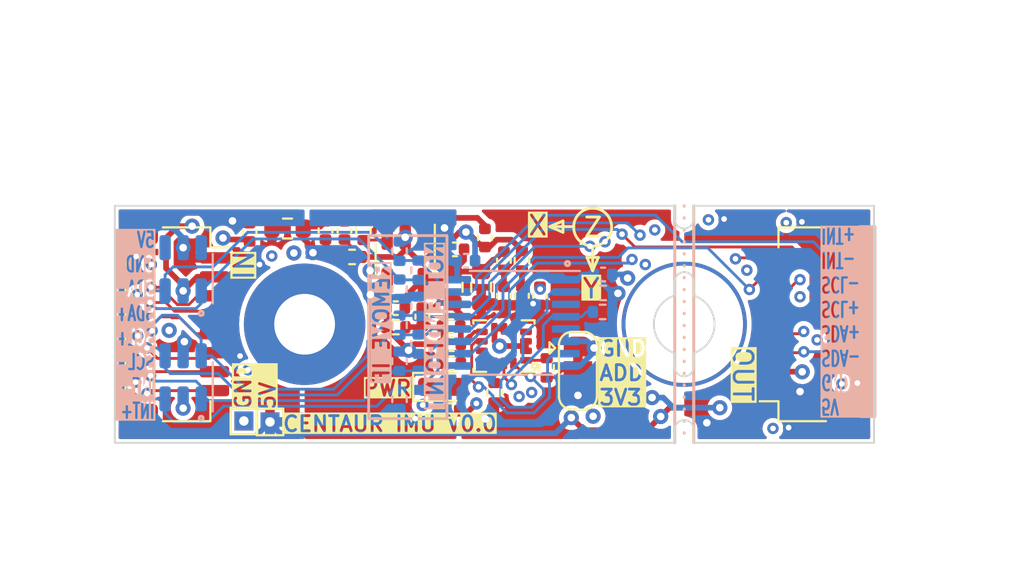
<source format=kicad_pcb>
(kicad_pcb (version 20221018) (generator pcbnew)
  (layers (0 "F.Cu" mixed) (1 "In1.Cu" signal) (2 "In2.Cu" signal) (31 "B.Cu" mixed) (34 "B.Paste" user) (35 "F.Paste" user) (36 "B.SilkS" user "B.Silkscreen") (37 "F.SilkS" user "F.Silkscreen") (38 "B.Mask" user) (39 "F.Mask" user) (44 "Edge.Cuts" user))
  (net 0 "")
  (net 1 "GND")
  (net 2 "VBUS")
  (net 3 "VDDA")
  (net 4 "VCC")
  (net 5 "+5V")
  (net 7 "unconnected-(U5-I{slash}O3-Pad4)")
  (net 8 "Net-(D1-K)")
  (net 9 "Net-(U2-EN)")
  (net 12 "+3V3")
  (net 16 "/D_INT_P")
  (net 17 "Net-(C6-Pad2)")
  (net 18 "/IMU/π - Filter 1Mhz 0.5A3/Vout")
  (net 19 "Net-(C13-Pad2)")
  (net 20 "Net-(C9-Pad2)")
  (net 21 "/D_INT_N")
  (net 23 "/D_SCL_N")
  (net 25 "/D_SCL_P")
  (net 26 "/D_SDA_P")
  (net 27 "/D_SDA_N")
  (net 28 "/IMU/add")
  (net 29 "/IMU_SCL")
  (net 30 "/IMU_SDA")
  (net 31 "/IMU/IMU_ADDRESS")
  (net 32 "/IMU_INT")
  (net 33 "/IMU/IMU_CS")
  (footprint "Capacitor_SMD:C_0402_1005Metric" (layer "F.Cu") (at 50.6 103.4 -90)
    (fp_text reference "C13" hide)
    (fp_text value "1uF 25V X5R ±10% 0402")
  )
  (footprint "Jumper:SolderJumper-3_P1.3mm_Open_RoundedPad1.0x1.5mm" (layer "F.Cu") (at 63.9 110.8 -90)
    (fp_text reference "JP1" hide)
    (fp_text value "LSB ADRESS")
  )
  (footprint "Capacitor_SMD:C_0402_1005Metric" (layer "F.Cu") (at 51.6 103.4 -90)
    (fp_text reference "C12" hide)
    (fp_text value "10uF 6.3V X5R ±20% 0402 ")
  )
  (footprint "Connector_JST:JST_SH_SM08B-SRSS-TB_1x08-1MP_P1.00mm_Horizontal" (layer "F.Cu") (at 76.25 108.35 90)
    (fp_text reference "J2" hide)
    (fp_text value "JST_SH_SM08B-SRSS-TB_1x08")
  )
  (footprint "Connector_JST:JST_SH_SM08B-SRSS-TB_1x08-1MP_P1.00mm_Horizontal" (layer "F.Cu") (at 42.75 108.35 -90)
    (fp_text reference "J1" hide)
    (fp_text value "JST_SH_SM08B-SRSS-TB_1x08")
  )
  (footprint "TestPoint:TestPoint_THTPad_1.0x1.0mm_Drill0.5mm" (layer "F.Cu") (at 47.675 113.5)
    (fp_text reference "TP3" hide)
    (fp_text value "TestPoint")
  )
  (footprint "Capacitor_SMD:C_0402_1005Metric" (layer "F.Cu") (at 60 105 -90)
    (fp_text reference "C8" hide)
    (fp_text value "1uF 25V X5R ±10% 0402")
  )
  (footprint "Capacitor_SMD:C_0402_1005Metric" (layer "F.Cu") (at 60 106.85 90)
    (fp_text reference "C7" hide)
    (fp_text value "10uF 6.3V X5R ±20% 0402 ")
  )
  (footprint "Capacitor_SMD:C_0402_1005Metric" (layer "F.Cu") (at 61.9 106.85 -90)
    (fp_text reference "C501" hide)
    (fp_text value "100nF 16V X7R ±10% 0402 ")
  )
  (footprint "Package_TO_SOT_SMD:SOT-23-5" (layer "F.Cu") (at 54.8 104.9 -90)
    (fp_text reference "U2" hide)
    (fp_text value "LD39015M33R")
  )
  (footprint "Capacitor_SMD:C_0402_1005Metric" (layer "F.Cu") (at 55.7 107.95 -90)
    (fp_text reference "C9" hide)
    (fp_text value "1uF 25V X5R ±10% 0402")
  )
  (footprint "Resistor_SMD:R_0402_1005Metric" (layer "F.Cu") (at 52 104.8)
    (fp_text reference "R12" hide)
    (fp_text value "2R")
  )
  (footprint "Package_LGA:LGA-14_3x2.5mm_P0.5mm_LayoutBorder3x4y" (layer "F.Cu") (at 60 109.5 180)
    (fp_text reference "U3" hide)
    (fp_text value "ASM330LHH")
  )
  (footprint "Resistor_SMD:R_0402_1005Metric" (layer "F.Cu") (at 57.125 112.9)
    (fp_text reference "R14" hide)
    (fp_text value "2k2Ω")
  )
  (footprint "Resistor_SMD:R_0603_1608Metric" (layer "F.Cu") (at 48.6 103.3)
    (fp_text reference "FB2" hide)
    (fp_text value "TDK MPZ1608S101A (100Ω, 3A, 0603) ")
  )
  (footprint "MountingHole:MountingHole_3.2mm_M3_Pad_TopBottom" (layer "F.Cu") (at 49.5 108.35)
    (fp_text reference "H1" hide)
    (fp_text value "MountingHole_Pad")
  )
  (footprint "Capacitor_SMD:C_0402_1005Metric" (layer "F.Cu") (at 57.22 108.45 180)
    (fp_text reference "C10" hide)
    (fp_text value "10uF 6.3V X5R ±20% 0402 ")
  )
  (footprint "NetTie:NetTie-2_SMD_Pad0.5mm" (layer "F.Cu") (at 63.9 110.2 -90)
    (fp_text reference "NT1" hide)
    (fp_text value "NetTie_2" hide)
  )
  (footprint "TestPoint:TestPoint_THTPad_1.0x1.0mm_Drill0.5mm" (layer "F.Cu") (at 46.3 113.45)
    (fp_text reference "TP4" hide)
    (fp_text value "TestPoint")
  )
  (footprint "Capacitor_SMD:C_0402_1005Metric" (layer "F.Cu") (at 57.25 109.4)
    (fp_text reference "C14" hide)
    (fp_text value "100nF 16V X7R ±10% 0402 ")
  )
  (footprint "Resistor_SMD:R_0402_1005Metric" (layer "F.Cu") (at 62.25 110.65 -90)
    (fp_text reference "R15" hide)
    (fp_text value "10kΩ")
  )
  (footprint "Capacitor_SMD:C_0402_1005Metric" (layer "F.Cu") (at 54.3 107.5 180)
    (fp_text reference "C4" hide)
    (fp_text value "1uF 25V X5R ±10% 0402")
  )
  (footprint "Capacitor_SMD:C_0402_1005Metric" (layer "F.Cu") (at 59 103.8 -90)
    (fp_text reference "C3" hide)
    (fp_text value "1uF 25V X5R ±10% 0402")
  )
  (footprint "Resistor_SMD:R_0603_1608Metric" (layer "F.Cu") (at 57.3 106.4 -90)
    (fp_text reference "FB3" hide)
    (fp_text value "TDK MPZ1608S101A (100Ω, 3A, 0603) ")
  )
  (footprint "Resistor_SMD:R_0402_1005Metric" (layer "F.Cu") (at 59.5 111.96 -90)
    (fp_text reference "R18" hide)
    (fp_text value "10kΩ")
  )
  (footprint "Resistor_SMD:R_0402_1005Metric" (layer "F.Cu") (at 54.3 108.5 180)
    (fp_text reference "R13" hide)
    (fp_text value "2R")
  )
  (footprint "LED_SMD:LED_0603_1608Metric" (layer "F.Cu") (at 56.7 111.65)
    (fp_text reference "D1" hide)
    (fp_text value "LED 0603")
  )
  (footprint "Resistor_SMD:R_0402_1005Metric" (layer "F.Cu") (at 52.6 103.4 -90)
    (fp_text reference "R11" hide)
    (fp_text value "10kΩ")
  )
  (footprint "Capacitor_SMD:C_0402_1005Metric" (layer "F.Cu") (at 46.6 103.5 -90)
    (fp_text reference "C11" hide)
    (fp_text value "1uF 25V X5R ±10% 0402")
  )
  (footprint "Resistor_SMD:R_0603_1608Metric" (layer "F.Cu") (at 58.8 106.4 -90)
    (fp_text reference "FB1" hide)
    (fp_text value "TDK MPZ1608S101A (100Ω, 3A, 0603) ")
  )
  (footprint "Capacitor_SMD:C_0402_1005Metric" (layer "F.Cu") (at 60.95 106.85 90)
    (fp_text reference "C6" hide)
    (fp_text value "1uF 25V X5R ±10% 0402")
  )
  (footprint "Capacitor_SMD:C_0402_1005Metric" (layer "F.Cu") (at 57.25 110.4)
    (fp_text reference "C15" hide)
    (fp_text value "10uF 6.3V X5R ±20% 0402 ")
  )
  (footprint "Capacitor_SMD:C_0402_1005Metric" (layer "F.Cu") (at 57.42 104.4 180)
    (fp_text reference "C5" hide)
    (fp_text value "1uF 25V X5R ±10% 0402")
  )
  (footprint "Resistor_SMD:R_0402_1005Metric" (layer "F.Cu") (at 60.95 105 90)
    (fp_text reference "R10" hide)
    (fp_text value "2R")
  )
  (footprint "Resistor_SMD:R_0402_1005Metric" (layer "B.Cu") (at 55.5 107.4 90)
    (fp_text reference "R1" hide)
    (fp_text value "600Ω")
  )
  (footprint "Resistor_SMD:R_0402_1005Metric" (layer "B.Cu") (at 55.5 109.4 90)
    (fp_text reference "R3" hide)
    (fp_text value "600Ω")
  )
  (footprint "Capacitor_SMD:C_0402_1005Metric" (layer "B.Cu") (at 65.225 105.725 180)
    (fp_text reference "C2" hide)
    (fp_text value "100nF 16V X7R ±10% 0402 ")
  )
  (footprint "Package_TO_SOT_SMD:SOT-23-6" (layer "B.Cu") (at 43.1 111.15 90)
    (fp_text reference "U4" hide)
    (fp_text value "USBLC6-4SC6")
  )
  (footprint "Resistor_SMD:R_0402_1005Metric" (layer "B.Cu") (at 54.5 110.3 -90)
    (fp_text reference "R6" hide)
    (fp_text value "600Ω")
  )
  (footprint "Resistor_SMD:R_0402_1005Metric" (layer "B.Cu") (at 55.5 111.3 -90)
    (fp_text reference "R5" hide)
    (fp_text value "120Ω")
  )
  (footprint "Package_SO:TSSOP-16_4.4x5mm_P0.65mm" (layer "B.Cu") (at 60.4 108.275 180)
    (fp_text reference "U1" hide)
    (fp_text value "PCA9616PW")
  )
  (footprint "Resistor_SMD:R_0402_1005Metric" (layer "B.Cu") (at 65.2 107.7)
    (fp_text reference "R17" hide)
    (fp_text value "10kΩ")
  )
  (footprint "Resistor_SMD:R_0402_1005Metric" (layer "B.Cu") (at 55.5 105.5 -90)
    (fp_text reference "R8" hide)
    (fp_text value "120Ω")
  )
  (footprint "Resistor_SMD:R_0402_1005Metric" (layer "B.Cu") (at 65.225 106.7)
    (fp_text reference "R16" hide)
    (fp_text value "10kΩ")
  )
  (footprint "Resistor_SMD:R_0402_1005Metric" (layer "B.Cu") (at 54.5 112.3 -90)
    (fp_text reference "R4" hide)
    (fp_text value "600Ω")
  )
  (footprint "Resistor_SMD:R_0402_1005Metric" (layer "B.Cu") (at 54.5 108.4 90)
    (fp_text reference "R2" hide)
    (fp_text value "120Ω")
  )
  (footprint "Package_TO_SOT_SMD:SOT-23-6" (layer "B.Cu") (at 43.1 105.45 90)
    (fp_text reference "U5" hide)
    (fp_text value "USBLC6-4SC6")
  )
  (footprint "Resistor_SMD:R_0402_1005Metric" (layer "B.Cu") (at 54.5 104.5 -90)
    (fp_text reference "R9" hide)
    (fp_text value "600Ω")
  )
  (footprint "Resistor_SMD:R_0402_1005Metric" (layer "B.Cu") (at 54.5 106.5 -90)
    (fp_text reference "R7" hide)
    (fp_text value "600Ω")
  )
  (footprint "Capacitor_SMD:C_0402_1005Metric" (layer "B.Cu") (at 58 105 180)
    (fp_text reference "C1" hide)
    (fp_text value "100nF 16V X7R ±10% 0402 ")
  )
  (gr_circle (center 69.5 108.35) (end 72.7 108.35) (stroke (width 0.2)) (fill none) (layer "F.Cu"))
  (gr_circle (center 69.5 108.35) (end 69.5 105.15) (stroke (width 0.2)) (fill none) (layer "B.Cu"))
  (gr_line (start 69.5 102.1) (end 69.5 114.6) (stroke (width 0.15) (type dot)) (layer "B.SilkS"))
  (gr_line (start 69 114.6) (end 69 102.1) (stroke (width 0.15)) (layer "B.SilkS"))
  (gr_rect (start 52.875 103.675) (end 57 113.325) (stroke (width 0.15)) (fill none) (layer "B.SilkS"))
  (gr_circle (center 44.05 113.3) (end 44.075 113.2) (stroke (width 0.15)) (fill none) (layer "B.SilkS"))
  (gr_circle (center 44.05 107.775) (end 44.1 107.675) (stroke (width 0.15)) (fill none) (layer "B.SilkS"))
  (gr_line (start 70 102.1) (end 70 114.6) (stroke (width 0.15)) (layer "B.SilkS"))
  (gr_circle (center 63.35 105.15) (end 63.4 105.05) (stroke (width 0.15)) (fill none) (layer "B.SilkS"))
  (gr_rect (start 78.78 103.2) (end 79.55 113.22) (stroke (width 0.15)) (fill solid) (layer "B.SilkS"))
  (gr_line (start 69.5 102.1) (end 69.5 114.6) (stroke (width 0.15) (type dot)) (layer "F.SilkS"))
  (gr_line (start 64.375 104.825) (end 64.975 104.825) (stroke (width 0.15)) (layer "F.SilkS"))
  (gr_line (start 69 114.6) (end 69 102.1) (stroke (width 0.15)) (layer "F.SilkS"))
  (gr_circle (center 64.675 103.225) (end 65.675 103.225) (stroke (width 0.15)) (fill none) (layer "F.SilkS"))
  (gr_line (start 64.975 104.825) (end 64.675 105.525) (stroke (width 0.15)) (layer "F.SilkS"))
  (gr_line (start 63.6875 103.2) (end 62.4125 103.2) (stroke (width 0.15)) (layer "F.SilkS"))
  (gr_line (start 64.675 104.25) (end 64.675 105.525) (stroke (width 0.15)) (layer "F.SilkS"))
  (gr_line (start 63.1125 102.9) (end 63.1125 103.5) (stroke (width 0.15)) (layer "F.SilkS"))
  (gr_line (start 63.1125 103.5) (end 62.4125 103.2) (stroke (width 0.15)) (layer "F.SilkS"))
  (gr_circle (center 61.62071 110.55) (end 61.67071 110.5) (stroke (width 0.15)) (fill none) (layer "F.SilkS"))
  (gr_line (start 64.675 105.525) (end 64.375 104.825) (stroke (width 0.15)) (layer "F.SilkS"))
  (gr_line (start 70 102.1) (end 70 114.6) (stroke (width 0.15)) (layer "F.SilkS"))
  (gr_line (start 62.4125 103.2) (end 63.1125 102.9) (stroke (width 0.15)) (layer "F.SilkS"))
  (gr_line (start 70 114.6) (end 79.5 114.6) (stroke (width 0.1)) (layer "Edge.Cuts"))
  (gr_line (start 70 102.8) (end 70 102.1) (stroke (width 0.1)) (layer "Edge.Cuts"))
  (gr_arc (start 69 113.9) (mid 69.5 113.4) (end 70 113.9) (stroke (width 0.1)) (layer "Edge.Cuts"))
  (gr_arc (start 70.003784 106.835437) (mid 70.794568 107.416302) (end 71.096151 108.35) (stroke (width 0.1)) (layer "Edge.Cuts"))
  (gr_line (start 70 102.1) (end 79.5 102.1) (stroke (width 0.1)) (layer "Edge.Cuts"))
  (gr_arc (start 69.001353 109.869999) (mid 68.204482 109.288445) (end 67.900298 108.35) (stroke (width 0.1)) (layer "Edge.Cuts"))
  (gr_line (start 69 106.1) (end 69 106.83) (stroke (width 0.1)) (layer "Edge.Cuts"))
  (gr_line (start 69 113.9) (end 69 114.6) (stroke (width 0.1)) (layer "Edge.Cuts"))
  (gr_arc (start 70 102.8) (mid 69.5 103.3) (end 69 102.8) (stroke (width 0.1)) (layer "Edge.Cuts"))
  (gr_line (start 69 114.6) (end 39.5 114.6) (stroke (width 0.1)) (layer "Edge.Cuts"))
  (gr_line (start 79.5 102.1) (end 79.5 114.6) (stroke (width 0.1)) (layer "Edge.Cuts"))
  (gr_arc (start 67.899875 108.35) (mid 68.203763 107.411827) (end 69 106.830001) (stroke (width 0.1)) (layer "Edge.Cuts"))
  (gr_line (start 69 102.8) (end 69 102.1) (stroke (width 0.1)) (layer "Edge.Cuts"))
  (gr_line (start 70 113.9) (end 70 114.6) (stroke (width 0.1)) (layer "Edge.Cuts"))
  (gr_line (start 70 106.1) (end 70.003784 106.835437) (stroke (width 0.1)) (layer "Edge.Cuts"))
  (gr_line (start 39.5 102.1) (end 69 102.1) (stroke (width 0.1)) (layer "Edge.Cuts"))
  (gr_arc (start 71.096151 108.35) (mid 70.793018 109.285843) (end 69.998759 109.866225) (stroke (width 0.1)) (layer "Edge.Cuts"))
  (gr_line (start 69.001353 109.87) (end 69 110.6) (stroke (width 0.1)) (layer "Edge.Cuts"))
  (gr_arc (start 70 110.6) (mid 69.5 111.1) (end 69 110.6) (stroke (width 0.1)) (layer "Edge.Cuts"))
  (gr_line (start 70 110.6) (end 70 109.87) (stroke (width 0.1)) (layer "Edge.Cuts"))
  (gr_arc (start 69 106.1) (mid 69.5 105.6) (end 70 106.1) (stroke (width 0.1)) (layer "Edge.Cuts"))
  (gr_line (start 39.5 114.6) (end 39.5 102.1) (stroke (width 0.1)) (layer "Edge.Cuts"))
  (gr_text "5V\nGND\nSDA-\nSDA+\nSCL+  \nSCL-\nINT-\nINT+" (at 76.65 103.2 180) (layer "B.SilkS" knockout) (effects (font (size 0.8 0.5) (thickness 0.125)) (justify left bottom mirror)))
  (gr_text "5V\nGND\nSDA-\nSDA+\nSCL+  \nSCL-\nINT-\nINT+" (at 41.67 113.39) (layer "B.SilkS" knockout) (effects (font (size 0.8 0.5) (thickness 0.125)) (justify left bottom mirror)))
  (gr_text "NOT ENDPOINT" (at 56.85 103.925 90) (layer "B.SilkS" knockout) (effects (font (size 0.8 0.8)) (justify left bottom mirror)))
  (gr_text "REMOVE IF" (at 54.025 104.95 90) (layer "B.SilkS" knockout) (effects (font (size 0.8 0.8)) (justify left bottom mirror)))
  (gr_text "CENTAUR IMU V0.0" (at 48.275 114.075) (layer "F.SilkS" knockout) (effects (font (size 0.8 0.8)) (justify left bottom)))
  (gr_text "IN" (at 46.9 106.1 90) (layer "F.SilkS" knockout) (effects (font (size 1 1)) (justify left bottom)))
  (gr_text "PWR" (at 52.5 112.2) (layer "F.SilkS" knockout) (effects (font (size 0.8 0.8)) (justify left bottom)))
  (gr_text "GND\n5V\n" (at 48.025 112.95 90) (layer "F.SilkS" knockout) (effects (font (size 0.8 0.8)) (justify left bottom)))
  (gr_text "GND\nADD\n3V3" (at 64.95 112.675) (layer "F.SilkS" knockout) (effects (font (size 0.8 0.8)) (justify left bottom)))
  (gr_text "Z" (at 64.125 103.825) (layer "F.SilkS") (effects (font (size 1 1)) (justify left bottom)))
  (gr_text "OUT" (at 72 109.45 270) (layer "F.SilkS" knockout) (effects (font (size 1 1)) (justify left bottom)))
  (gr_text "Y" (at 64.075 107.05) (layer "F.SilkS" knockout) (effects (font (size 1 1)) (justify left bottom)))
  (gr_text "X" (at 61.21 103.725) (layer "F.SilkS" knockout) (effects (font (size 1 1)) (justify left bottom)))
  (segment (start 53.79 108.534505) (end 54.977223 109.721728) (width 0.3) (layer "F.Cu") (net 1))
  (segment (start 53.79 108.5) (end 53.79 108.534505) (width 0.3) (layer "F.Cu") (net 1))
  (segment (start 53.82 107.5) (end 53.82 108.47) (width 0.3) (layer "F.Cu") (net 1))
  (segment (start 51.6 103.889998) (end 52.510002 104.8) (width 0.15) (layer "F.Cu") (net 1))
  (segment (start 42.2 105.4) (end 43.1 106.3) (width 0.3) (layer "F.Cu") (net 1))
  (segment (start 51.6 103.88) (end 51.6 103.889998) (width 0.15) (layer "F.Cu") (net 1))
  (segment (start 42.2 103.8) (end 42.2 105.4) (width 0.3) (layer "F.Cu") (net 1))
  (segment (start 54.8 104.3) (end 55.4 104.9) (width 0.3) (layer "F.Cu") (net 1))
  (segment (start 43.1 106.587478) (end 43.837478 105.85) (width 0.3) (layer "F.Cu") (net 1))
  (segment (start 53.82 108.47) (end 53.79 108.5) (width 0.3) (layer "F.Cu") (net 1))
  (segment (start 59.5 108.5875) (end 59.5 109.225008) (width 0.3) (layer "F.Cu") (net 1))
  (segment (start 60.02 105.48) (end 60.95 104.55) (width 0.3) (layer "F.Cu") (net 1))
  (segment (start 54.8 104.424999) (end 54.424999 104.8) (width 0.3) (layer "F.Cu") (net 1))
  (segment (start 56.82 109.4) (end 56.82 110.4) (width 0.3) (layer "F.Cu") (net 1))
  (segment (start 60.95 104.55) (end 60.95 104.45) (width 0.3) (layer "F.Cu") (net 1))
  (segment (start 56.82 109.4) (end 55.298951 109.4) (width 0.3) (layer "F.Cu") (net 1))
  (segment (start 74.25 110.85) (end 75.709533 110.85) (width 0.3) (layer "F.Cu") (net 1))
  (segment (start 59.133154 104.38) (end 58.966846 104.38) (width 0.3) (layer "F.Cu") (net 1))
  (segment (start 58.630957 112.443238) (end 58.074195 113) (width 0.3) (layer "F.Cu") (net 1))
  (segment (start 59.5 109.225008) (end 59.775 109.500008) (width 0.3) (layer "F.Cu") (net 1))
  (segment (start 61.1625 109.275) (end 61.1625 109.725) (width 0.3) (layer "F.Cu") (net 1))
  (segment (start 58.077346 103.4905) (end 58 103.4905) (width 0.3) (layer "F.Cu") (net 1))
  (segment (start 75.709533 110.85) (end 75.715953 110.85642) (width 0.3) (layer "F.Cu") (net 1))
  (segment (start 54.8 103.7625) (end 54.8 104.424999) (width 0.3) (layer "F.Cu") (net 1))
  (segment (start 43.573573 103.177349) (end 42.822651 103.177349) (width 0.3) (layer "F.Cu") (net 1))
  (segment (start 55.915552 104.9) (end 56.462398 104.353154) (width 0.3) (layer "F.Cu") (net 1))
  (segment (start 59.623154 103.89) (end 59.133154 104.38) (width 0.3) (layer "F.Cu") (net 1))
  (segment (start 56.462398 104.353154) (end 56.796846 104.353154) (width 0.3) (layer "F.Cu") (net 1))
  (segment (start 58.966846 104.38) (end 58.077346 103.4905) (width 0.3) (layer "F.Cu") (net 1))
  (segment (start 57.6595 103.4905) (end 58 103.4905) (width 0.3) (layer "F.Cu") (net 1))
  (segment (start 42.822651 103.177349) (end 42.2 103.8) (width 0.3) (layer "F.Cu") (net 1))
  (segment (start 60.95 104.45) (end 60.39 103.89) (width 0.3) (layer "F.Cu") (net 1))
  (segment (start 54.424999 104.8) (end 52.510002 104.8) (width 0.3) (layer "F.Cu") (net 1))
  (segment (start 55.298951 109.4) (end 54.977223 109.721728) (width 0.3) (layer "F.Cu") (net 1))
  (segment (start 56.796846 104.353154) (end 57.6595 103.4905) (width 0.3) (layer "F.Cu") (net 1))
  (segment (start 60.39 103.89) (end 59.623154 103.89) (width 0.3) (layer "F.Cu") (net 1))
  (segment (start 58.074195 113) (end 57.61 113) (width 0.3) (layer "F.Cu") (net 1))
  (segment (start 59.775008 109.5) (end 59.775 109.500008) (width 0.3) (layer "F.Cu") (net 1))
  (segment (start 60 105.48) (end 60.02 105.48) (width 0.3) (layer "F.Cu") (net 1))
  (segment (start 60 105.58) (end 60 106.52) (width 0.3) (layer "F.Cu") (net 1))
  (segment (start 54.8 103.7625) (end 54.8 104.3) (width 0.3) (layer "F.Cu") (net 1))
  (segment (start 61.1625 109.725) (end 61.1375 109.725) (width 0.3) (layer "F.Cu") (net 1))
  (segment (start 43.837478 105.85) (end 44.75 105.85) (width 0.3) (layer "F.Cu") (net 1))
  (segment (start 60.9125 109.5) (end 59.775008 109.5) (width 0.3) (layer "F.Cu") (net 1))
  (segment (start 46.6 103.88) (end 45.28 103.88) (width 0.3) (layer "F.Cu") (net 1))
  (segment (start 43.1 106.3) (end 43.1 106.587478) (width 0.3) (layer "F.Cu") (net 1))
  (segment (start 59.5 108.5875) (end 59.975 108.5875) (width 0.3) (layer "F.Cu") (net 1))
  (segment (start 55.4 104.9) (end 55.915552 104.9) (width 0.3) (layer "F.Cu") (net 1))
  (segment (start 61.1375 109.725) (end 60.9125 109.5) (width 0.3) (layer "F.Cu") (net 1))
  (segment (start 56.82 108.4) (end 56.82 109.4) (width 0.3) (layer "F.Cu") (net 1))
  (segment (start 45.28 103.88) (end 45.2 103.8) (width 0.3) (layer "F.Cu") (net 1))
  (via (at 75.6 106.9) (size 0.6) (drill 0.3) (layers "F.Cu" "B.Cu") (net 1))
  (via (at 64.75 109.6) (size 0.8) (drill 0.4) (layers "F.Cu" "B.Cu") (net 1))
  (via (at 46.525 110.75) (size 0.6) (drill 0.3) (layers "F.Cu" "B.Cu") (net 1))
  (via (at 52.9505 105.521944) (size 0.8) (drill 0.4) (layers "F.Cu" "B.Cu") (net 1))
  (via (at 45.2 103.8) (size 0.8) (drill 0.4) (layers "F.Cu" "B.Cu") (net 1))
  (via (at 43.1 112.775) (size 0.8) (drill 0.4) (layers "F.Cu" "B.Cu") (net 1))
  (via (at 77.801073 111.492743) (size 0.6) (drill 0.3) (layers "F.Cu" "B.Cu") (net 1))
  (via (at 74.176073 113.842743) (size 0.6) (drill 0.3) (layers "F.Cu" "B.Cu") (net 1))
  (via (at 75.715953 110.85642) (size 0.8) (drill 0.4) (layers "F.Cu" "B.Cu") (net 1))
  (via (at 67.45 105.2) (size 0.6) (drill 0.3) (layers "F.Cu" "B.Cu") (net 1))
  (via (at 41.425 105.2) (size 0.6) (drill 0.3) (layers "F.Cu" "B.Cu") (net 1))
  (via (at 55.71919 112.6085) (size 0.65) (drill 0.3) (layers "F.Cu" "B.Cu") (net 1))
  (via (at 71.375 112.75) (size 0.8) (drill 0.4) (layers "F.Cu" "B.Cu") (net 1))
  (via (at 67.95 103.375) (size 0.6) (drill 0.3) (layers "F.Cu" "B.Cu") (net 1))
  (via (at 47.769381 104.751137) (size 0.6) (drill 0.3) (layers "F.Cu" "B.Cu") (net 1))
  (via (at 42.362479 108.672272) (size 0.8) (drill 0.4) (layers "F.Cu" "B.Cu") (net 1))
  (via (at 72.8 105.5) (size 0.6) (drill 0.3) (layers "F.Cu" "B.Cu") (net 1))
  (via (at 65.325 104) (size 0.6) (drill 0.3) (layers "F.Cu" "B.Cu") (net 1))
  (via (at 60.800719 112.159692) (size 0.6) (drill 0.3) (layers "F.Cu" "B.Cu") (net 1))
  (via (at 58.549598 112.524598) (size 0.65) (drill 0.3) (layers "F.Cu" "B.Cu") (net 1))
  (via (at 58 103.4905) (size 0.8) (drill 0.4) (layers "F.Cu" "B.Cu") (net 1))
  (via (at 66.517875 105.916346) (size 0.8) (drill 0.4) (layers "F.Cu" "B.Cu") (net 1))
  (via (at 67.807025 112.216875) (size 0.8) (drill 0.4) (layers "F.Cu" "B.Cu") (net 1))
  (via (at 61.461889 111.947746) (size 0.6) (drill 0.3) (layers "F.Cu" "B.Cu") (net 1))
  (via (at 64.7 113.2) (size 0.8) (drill 0.4) (layers "F.Cu" "B.Cu") (net 1))
  (via (at 54.8 103.7625) (size 0.8) (drill 0.4) (layers "F.Cu" "B.Cu") (net 1))
  (via (at 76.5 109.175) (size 0.6) (drill 0.3) (layers "F.Cu" "B.Cu") (net 1))
  (via (at 43.573573 103.177349) (size 0.8) (drill 0.4) (layers "F.Cu" "B.Cu") (net 1))
  (via (at 40.6 111.4) (size 0.6) (drill 0.3) (layers "F.Cu" "B.Cu") (net 1))
  (via (at 74.876073 102.992743) (size 0.6) (drill 0.3) (layers "F.Cu" "B.Cu") (net 1))
  (via (at 70.776073 102.842743) (size 0.6) (drill 0.3) (layers "F.Cu" "B.Cu") (net 1))
  (via (at 61.911121 106.499013) (size 0.6) (drill 0.3) (layers "F.Cu" "B.Cu") (net 1))
  (via (at 59.775 109.500008) (size 0.8) (drill 0.4) (layers "F.Cu" "B.Cu") (net 1))
  (via (at 40.709502 108.967222) (size 0.6) (drill 0.3) (layers "F.Cu" "B.Cu") (net 1))
  (via (at 43.1 106.587478) (size 0.8) (drill 0.4) (layers "F.Cu" "B.Cu") (net 1))
  (via (at 54.977223 109.721728) (size 0.8) (drill 0.4) (layers "F.Cu" "B.Cu") (net 1))
  (via (at 48.933891 104.592908) (size 0.8) (drill 0.4) (layers "F.Cu" "B.Cu") (net 1))
  (via (at 40.67655 106.785641) (size 0.6) (drill 0.3) (layers "F.Cu" "B.Cu") (net 1))
  (segment (start 64.75 109.799999) (end 64.75 109.6) (width 0.3) (layer "B.Cu") (net 1))
  (segment (start 54.5 103.99) (end 54.5725 103.99) (width 0.3) (layer "B.Cu") (net 1))
  (segment (start 63.2625 108.6) (end 63.2625 109.25) (width 0.3) (layer "B.Cu") (net 1))
  (segment (start 43.1 112.2875) (end 43.1 112.775) (width 0.3) (layer "B.Cu") (net 1))
  (segment (start 43.1 106.5875) (end 43.1 106.587478) (width 0.3) (layer "B.Cu") (net 1))
  (segment (start 58.48 104.2) (end 58.48 103.9705) (width 0.3) (layer "B.Cu") (net 1))
  (segment (start 66.326529 105.725) (end 65.705 105.725) (width 0.3) (layer "B.Cu") (net 1))
  (segment (start 68.925 112.75) (end 71.375 112.75) (width 0.3) (layer "B.Cu") (net 1))
  (segment (start 68.391875 112.216875) (end 68.925 112.75) (width 0.3) (layer "B.Cu") (net 1))
  (segment (start 66.517875 105.916346) (end 66.326529 105.725) (width 0.3) (layer "B.Cu") (net 1))
  (segment (start 64.4 109.25) (end 64.75 109.6) (width 0.3) (layer "B.Cu") (net 1))
  (segment (start 55.165495 109.91) (end 54.977223 109.721728) (width 0.3) (layer "B.Cu") (net 1))
  (segment (start 63.2625 109.25) (end 64.4 109.25) (width 0.3) (layer "B.Cu") (net 1))
  (segment (start 54.908951 109.79) (end 54.977223 109.721728) (width 0.3) (layer "B.Cu") (net 1))
  (segment (start 63.999999 110.55) (end 64.75 109.799999) (width 0.3) (layer "B.Cu") (net 1))
  (segment (start 54.5725 103.99) (end 54.8 103.7625) (width 0.3) (layer "B.Cu") (net 1))
  (segment (start 55.5 109.91) (end 55.165495 109.91) (width 0.3) (layer "B.Cu") (net 1))
  (segment (start 63.2625 110.55) (end 63.999999 110.55) (width 0.3) (layer "B.Cu") (net 1))
  (segment (start 58.48 103.9705) (end 58 103.4905) (width 0.3) (layer "B.Cu") (net 1))
  (segment (start 65.705 105.725) (end 65.705 106.025) (width 0.3) (layer "B.Cu") (net 1))
  (segment (start 67.807025 112.216875) (end 68.391875 112.216875) (width 0.3) (layer "B.Cu") (net 1))
  (segment (start 54.5 109.79) (end 54.908951 109.79) (width 0.3) (layer "B.Cu") (net 1))
  (segment (start 58.48 105) (end 58.48 104.2) (width 0.3) (layer "B.Cu") (net 1))
  (segment (start 50.32 103.2) (end 50.6 102.92) (width 0.3) (layer "F.Cu") (net 2))
  (segment (start 56.241604 103.270896) (end 56.870886 103.270896) (width 0.3) (layer "F.Cu") (net 2))
  (segment (start 52.57 102.92) (end 52.6 102.89) (width 0.3) (layer "F.Cu") (net 2))
  (segment (start 49.425 103.3) (end 49.425 103.825) (width 0.3) (layer "F.Cu") (net 2))
  (segment (start 49.425 103.2) (end 50.32 103.2) (width 0.3) (layer "F.Cu") (net 2))
  (segment (start 49.425 103.825) (end 50.176443 104.576443) (width 0.3) (layer "F.Cu") (net 2))
  (segment (start 59 103.140001) (end 58.600499 102.7405) (width 0.3) (layer "F.Cu") (net 2))
  (segment (start 57.401282 102.7405) (end 56.870886 103.270896) (width 0.3) (layer "F.Cu") (net 2))
  (segment (start 55.75 103.7625) (end 56.241604 103.270896) (width 0.3) (layer "F.Cu") (net 2))
  (segment (start 55.349999 102.7) (end 55.75 103.100001) (width 0.3) (layer "F.Cu") (net 2))
  (segment (start 50.6 102.92) (end 52.57 102.92) (width 0.3) (layer "F.Cu") (net 2))
  (segment (start 53.3 102.7) (end 55.349999 102.7) (width 0.3) (layer "F.Cu") (net 2))
  (segment (start 58.600499 102.7405) (end 57.401282 102.7405) (width 0.3) (layer "F.Cu") (net 2))
  (segment (start 55.75 103.100001) (end 55.75 103.7625) (width 0.3) (layer "F.Cu") (net 2))
  (segment (start 50.176443 104.576443) (end 49.939304 104.576443) (width 0.3) (layer "F.Cu") (net 2))
  (segment (start 52.6 102.89) (end 53.11 102.89) (width 0.3) (layer "F.Cu") (net 2))
  (segment (start 59 103.42) (end 59 103.140001) (width 0.3) (layer "F.Cu") (net 2))
  (segment (start 53.11 102.89) (end 53.3 102.7) (width 0.3) (layer "F.Cu") (net 2))
  (via (at 49.939304 104.576443) (size 0.8) (drill 0.4) (layers "F.Cu" "B.Cu") (net 2))
  (via (at 56.870886 103.270896) (size 0.8) (drill 0.4) (layers "F.Cu" "B.Cu") (net 2))
  (via (at 55.325 113.325) (size 0.65) (drill 0.3) (layers "F.Cu" "B.Cu") (net 2))
  (via (at 52.96332 106.785629) (size 0.8) (drill 0.4) (layers "F.Cu" "B.Cu") (net 2))
  (segment (start 57.5375 106) (end 57.5375 105.0175) (width 0.3) (layer "B.Cu") (net 2))
  (segment (start 54.62 106.89) (end 54.5 107.01) (width 0.3) (layer "B.Cu") (net 2))
  (segment (start 57.5375 105.0175) (end 57.52 105) (width 0.3) (layer "B.Cu") (net 2))
  (segment (start 52.96332 106.785629) (end 52.96332 106.76332) (width 0.3) (layer "B.Cu") (net 2))
  (segment (start 50.776443 104.576443) (end 51.325 105.125) (width 0.3) (layer "B.Cu") (net 2))
  (segment (start 49.939304 104.576443) (end 50.776443 104.576443) (width 0.3) (layer "B.Cu") (net 2))
  (segment (start 55.015 113.325) (end 55.325 113.325) (width 0.3) (layer "B.Cu") (net 2))
  (segment (start 52.96332 106.76332) (end 51.95 105.75) (width 0.3) (layer "B.Cu") (net 2))
  (segment (start 52.96332 106.785629) (end 53.187691 107.01) (width 0.3) (layer "B.Cu") (net 2))
  (segment (start 53.187691 107.01) (end 54.5 107.01) (width 0.3) (layer "B.Cu") (net 2))
  (segment (start 57.52 105) (end 56.870886 104.350886) (width 0.3) (layer "B.Cu") (net 2))
  (segment (start 55.5 106.89) (end 54.62 106.89) (width 0.3) (layer "B.Cu") (net 2))
  (segment (start 56.870886 104.350886) (end 56.870886 103.270896) (width 0.3) (layer "B.Cu") (net 2))
  (segment (start 54.5 112.81) (end 55.015 113.325) (width 0.3) (layer "B.Cu") (net 2))
  (segment (start 61.320006 107.48) (end 61.537494 107.262512) (width 0.3) (layer "F.Cu") (net 3))
  (segment (start 60.525 107.955) (end 60.5 107.98) (width 0.2) (layer "F.Cu") (net 3))
  (segment (start 61.574982 107.3) (end 61.537494 107.262512) (width 0.3) (layer "F.Cu") (net 3))
  (segment (start 59.575 112.56) (end 59.020627 113.114373) (width 0.3) (layer "F.Cu") (net 3))
  (segment (start 66.008246 106.717491) (end 65.425737 107.3) (width 0.3) (layer "F.Cu") (net 3))
  (segment (start 59.020627 113.114373) (end 59.020627 113.33699) (width 0.3) (layer "F.Cu") (net 3))
  (segment (start 60.5 107.98) (end 60.5 108.5875) (width 0.2) (layer "F.Cu") (net 3))
  (segment (start 61 107.48) (end 60 107.48) (width 0.3) (layer "F.Cu") (net 3))
  (segment (start 60 107.48) (end 59.055 107.48) (width 0.3) (layer "F.Cu") (net 3))
  (segment (start 59.055 107.48) (end 58.8 107.225) (width 0.3) (layer "F.Cu") (net 3))
  (segment (start 65.425737 107.3) (end 61.574982 107.3) (width 0.3) (layer "F.Cu") (net 3))
  (segment (start 61 107.48) (end 60.525 107.955) (width 0.3) (layer "F.Cu") (net 3))
  (segment (start 61 107.48) (end 61.320006 107.48) (width 0.3) (layer "F.Cu") (net 3))
  (via (at 59.020627 113.33699) (size 0.8) (drill 0.4) (layers "F.Cu" "B.Cu") (net 3))
  (via (at 61.537494 107.262512) (size 0.6) (drill 0.3) (layers "F.Cu" "B.Cu") (net 3))
  (via (at 66.008246 106.717491) (size 0.8) (drill 0.4) (layers "F.Cu" "B.Cu") (net 3))
  (via (at 63.9 112.100002) (size 0.8) (drill 0.4) (layers "F.Cu" "B.Cu") (net 3))
  (segment (start 57.65 112.700305) (end 57.65 111.816196) (width 0.3) (layer "B.Cu") (net 3))
  (segment (start 58.75 113.175) (end 59.2 113.625) (width 0.3) (layer "B.Cu") (net 3))
  (segment (start 60.525 109.807662) (end 60.525 108.275006) (width 0.3) (layer "B.Cu") (net 3))
  (segment (start 57.65 111.816196) (end 58.481972 110.984224) (width 0.3) (layer "B.Cu") (net 3))
  (segment (start 63.061513 105.799013) (end 61.621171 105.799013) (width 0.3) (layer "B.Cu") (net 3))
  (segment (start 66.008246 106.717491) (end 65.737491 106.717491) (width 0.3) (layer "B.Cu") (net 3))
  (segment (start 64.15 105.725) (end 63.875 106) (width 0.3) (layer "B.Cu") (net 3))
  (segment (start 58.75 113.175) (end 58.858637 113.175) (width 0.3) (layer "B.Cu") (net 3))
  (segment (start 63.489948 112.100002) (end 63.9 112.100002) (width 0.3) (layer "B.Cu") (net 3))
  (segment (start 64.745 105.725) (end 64.15 105.725) (width 0.3) (layer "B.Cu") (net 3))
  (segment (start 58.858637 113.175) (end 59.020627 113.33699) (width 0.3) (layer "B.Cu") (net 3))
  (segment (start 61.225 106.950018) (end 61.537494 107.262512) (width 0.3) (layer "B.Cu") (net 3))
  (segment (start 65.71 107.7) (end 65.71 106.8) (width 0.3) (layer "B.Cu") (net 3))
  (segment (start 63.2625 106) (end 63.061513 105.799013) (width 0.3) (layer "B.Cu") (net 3))
  (segment (start 58.75 113.175) (end 58.124695 113.175) (width 0.3) (layer "B.Cu") (net 3))
  (segment (start 61.621171 105.799013) (end 61.225 106.195184) (width 0.3) (layer "B.Cu") (net 3))
  (segment (start 65.737491 106.717491) (end 64.745 105.725) (width 0.3) (layer "B.Cu") (net 3))
  (segment (start 59.348438 110.984224) (end 60.525 109.807662) (width 0.3) (layer "B.Cu") (net 3))
  (segment (start 58.481972 110.984224) (end 59.348438 110.984224) (width 0.3) (layer "B.Cu") (net 3))
  (segment (start 60.525 108.275006) (end 61.537494 107.262512) (width 0.3) (layer "B.Cu") (net 3))
  (segment (start 65.71 106.8) (end 65.76 106.75) (width 0.3) (layer "B.Cu") (net 3))
  (segment (start 61.96495 113.625) (end 63.489948 112.100002) (width 0.3) (layer "B.Cu") (net 3))
  (segment (start 63.875 106) (end 63.2625 106) (width 0.3) (layer "B.Cu") (net 3))
  (segment (start 61.225 106.195184) (end 61.225 106.950018) (width 0.3) (layer "B.Cu") (net 3))
  (segment (start 58.124695 113.175) (end 57.65 112.700305) (width 0.3) (layer "B.Cu") (net 3))
  (segment (start 59.2 113.625) (end 61.96495 113.625) (width 0.3) (layer "B.Cu") (net 3))
  (segment (start 64.212902 113.937902) (end 67.537098 113.937902) (width 0.3) (layer "F.Cu") (net 5))
  (segment (start 44.75 104.85) (end 43.6375 104.85) (width 0.3) (layer "F.Cu") (net 5))
  (segment (start 67.537098 113.937902) (end 68.259314 113.215686) (width 0.3) (layer "F.Cu") (net 5))
  (segment (start 46.6 102.92) (end 45.72 102.92) (width 0.3) (layer "F.Cu") (net 5))
  (segment (start 43.6375 104.85) (end 43.1 104.3125) (width 0.3) (layer "F.Cu") (net 5))
  (segment (start 74.25 111.85) (end 75.55 111.85) (width 0.3) (layer "F.Cu") (net 5))
  (segment (start 74.25 111.85) (end 70.95 111.85) (width 0.3) (layer "F.Cu") (net 5))
  (segment (start 70.05 112.75) (end 68.725 112.75) (width 0.3) (layer "F.Cu") (net 5))
  (segment (start 68.725 112.75) (end 68.259314 113.215686) (width 0.3) (layer "F.Cu") (net 5))
  (segment (start 45.72 102.92) (end 45.7 102.9) (width 0.3) (layer "F.Cu") (net 5))
  (segment (start 75.55 111.85) (end 75.6 111.9) (width 0.3) (layer "F.Cu") (net 5))
  (segment (start 46.6 102.92) (end 47.495 102.92) (width 0.3) (layer "F.Cu") (net 5))
  (segment (start 70.95 111.85) (end 70.05 112.75) (width 0.3) (layer "F.Cu") (net 5))
  (segment (start 47.495 102.92) (end 47.775 103.2) (width 0.3) (layer "F.Cu") (net 5))
  (segment (start 63.55 113.275) (end 64.212902 113.937902) (width 0.3) (layer "F.Cu") (net 5))
  (via (at 70.690518 113.546234) (size 0.8) (drill 0.4) (layers "F.Cu" "B.Cu") (net 5))
  (via (at 43.166302 109.266303) (size 0.8) (drill 0.4) (layers "F.Cu" "B.Cu") (net 5))
  (via (at 43.1 104.3125) (size 0.8) (drill 0.4) (layers "F.Cu" "B.Cu") (net 5))
  (via (at 40.625 104.775) (size 0.6) (drill 0.3) (layers "F.Cu" "B.Cu") (net 5))
  (via (at 63.55 113.275) (size 0.8) (drill 0.4) (layers "F.Cu" "B.Cu") (net 5))
  (via (at 45.7 102.9) (size 0.8) (drill 0.4) (layers "F.Cu" "B.Cu") (net 5))
  (via (at 46.1 110.025) (size 0.6) (drill 0.3) (layers "F.Cu" "B.Cu") (net 5))
  (via (at 75.7 102.95) (size 0.6) (drill 0.3) (layers "F.Cu" "B.Cu") (net 5))
  (via (at 71.6 102.8) (size 0.6) (drill 0.3) (layers "F.Cu" "B.Cu") (net 5))
  (via (at 75.6 111.9) (size 0.8) (drill 0.4) (layers "F.Cu" "B.Cu") (net 5))
  (via (at 75 113.8) (size 0.6) (drill 0.3) (layers "F.Cu" "B.Cu") (net 5))
  (via (at 47.125 105.2) (size 0.6) (drill 0.3) (layers "F.Cu" "B.Cu") (net 5))
  (via (at 68.259314 113.215686) (size 0.8) (drill 0.4) (layers "F.Cu" "B.Cu") (net 5))
  (via (at 78.625 111.45) (size 0.6) (drill 0.3) (layers "F.Cu" "B.Cu") (net 5))
  (segment (start 44.75 102.9) (end 45.7 102.9) (width 0.3) (layer "B.Cu") (net 5))
  (segment (start 47.675 113.575) (end 48.2 114.1) (width 0.3) (layer "B.Cu") (net 5))
  (segment (start 46.925 114.25) (end 41.525 114.25) (width 0.3) (layer "B.Cu") (net 5))
  (segment (start 43.1 103.8) (end 42.475 103.175) (width 0.3) (layer "B.Cu") (net 5))
  (segment (start 40 112.725) (end 40 104.525) (width 0.3) (layer "B.Cu") (net 5))
  (segment (start 43.1 109.332605) (end 43.166302 109.266303) (width 0.3) (layer "B.Cu") (net 5))
  (segment (start 62.725 114.1) (end 63.55 113.275) (width 0.3) (layer "B.Cu") (net 5))
  (segment (start 42.375 103.075) (end 42.925 102.525) (width 0.3) (layer "B.Cu") (net 5))
  (segment (start 41.35 103.175) (end 42.475 103.175) (width 0.3) (layer "B.Cu") (net 5))
  (segment (start 43.201439 102.477349) (end 44.327349 102.477349) (width 0.3) (layer "B.Cu") (net 5))
  (segment (start 43.153788 102.525) (end 43.201439 102.477349) (width 0.3) (layer "B.Cu") (net 5))
  (segment (start 43.1 104.3125) (end 43.1 103.8) (width 0.3) (layer "B.Cu") (net 5))
  (segment (start 48.2 114.1) (end 62.725 114.1) (width 0.3) (layer "B.Cu") (net 5))
  (segment (start 41.525 114.25) (end 40 112.725) (width 0.3) (layer "B.Cu") (net 5))
  (segment (start 44.327349 102.477349) (end 44.75 102.9) (width 0.3) (layer "B.Cu") (net 5))
  (segment (start 42.475 103.175) (end 42.375 103.075) (width 0.3) (layer "B.Cu") (net 5))
  (segment (start 47.675 113.5) (end 46.925 114.25) (width 0.3) (layer "B.Cu") (net 5))
  (segment (start 40 104.525) (end 41.35 103.175) (width 0.3) (layer "B.Cu") (net 5))
  (segment (start 43.1 110.0125) (end 43.1 109.332605) (width 0.3) (layer "B.Cu") (net 5))
  (segment (start 42.925 102.525) (end 43.153788 102.525) (width 0.3) (layer "B.Cu") (net 5))
  (segment (start 42.15 104.478878) (end 42.08369 104.545188) (width 0.3) (layer "B.Cu") (net 7))
  (segment (start 42.15 104.3125) (end 42.15 104.478878) (width 0.3) (layer "B.Cu") (net 7))
  (segment (start 56.59 112.3775) (end 56.59 113) (width 0.3) (layer "F.Cu") (net 8))
  (segment (start 55.9125 111.7) (end 56.59 112.3775) (width 0.3) (layer "F.Cu") (net 8))
  (segment (start 53.7025 103.91) (end 53.85 103.7625) (width 0.15) (layer "F.Cu") (net 9))
  (segment (start 52.6 103.91) (end 53.7025 103.91) (width 0.15) (layer "F.Cu") (net 9))
  (segment (start 55.75 106.0375) (end 55.6625 106.0375) (width 0.3) (layer "F.Cu") (net 12))
  (segment (start 59.953154 104.52) (end 60 104.52) (width 0.3) (layer "F.Cu") (net 12))
  (segment (start 57.9 104.975) (end 57.3 105.575) (width 0.3) (layer "F.Cu") (net 12))
  (segment (start 58.8 105.575) (end 59.425 104.95) (width 0.3) (layer "F.Cu") (net 12))
  (segment (start 59.425 104.95) (end 59.523154 104.95) (width 0.3) (layer "F.Cu") (net 12))
  (segment (start 57.9 104.4) (end 57.9 104.975) (width 0.3) (layer "F.Cu") (net 12))
  (segment (start 56.8375 106.0375) (end 57.3 105.575) (width 0.3) (layer "F.Cu") (net 12))
  (segment (start 55.75 106.0375) (end 56.8375 106.0375) (width 0.3) (layer "F.Cu") (net 12))
  (segment (start 57.3 105.575) (end 58.8 105.575) (width 0.3) (layer "F.Cu") (net 12))
  (segment (start 54.78 106.92) (end 54.78 107.5) (width 0.3) (layer "F.Cu") (net 12))
  (segment (start 55.6625 106.0375) (end 54.78 106.92) (width 0.3) (layer "F.Cu") (net 12))
  (segment (start 59.523154 104.95) (end 59.953154 104.52) (width 0.3) (layer "F.Cu") (net 12))
  (segment (start 72.25 104.85) (end 72.2 104.9) (width 0.15) (layer "F.Cu") (net 16))
  (segment (start 44.75 111.85) (end 41.35 111.85) (width 0.15) (layer "F.Cu") (net 16))
  (segment (start 74.25 104.85) (end 72.25 104.85) (width 0.15) (layer "F.Cu") (net 16))
  (segment (start 41.35 111.85) (end 41.2 112) (width 0.15) (layer "F.Cu") (net 16))
  (via (at 41.2 112) (size 0.6) (drill 0.3) (layers "F.Cu" "B.Cu") (net 16))
  (via (at 72.2 104.9) (size 0.6) (drill 0.3) (layers "F.Cu" "B.Cu") (net 16))
  (via (at 66.749283 104.934013) (size 0.6) (drill 0.3) (layers "F.Cu" "B.Cu") (net 16))
  (segment (start 60.300005 106.57469) (end 60.300005 107.882839) (width 0.15) (layer "B.Cu") (net 16))
  (segment (start 57.5375 109.9) (end 56.800001 109.9) (width 0.15) (layer "B.Cu") (net 16))
  (segment (start 60.300005 107.882839) (end 58.282844 109.9) (width 0.15) (layer "B.Cu") (net 16))
  (segment (start 56.800001 109.9) (end 56.525 110.175001) (width 0.15) (layer "B.Cu") (net 16))
  (segment (start 42.6 113.5) (end 42.15 113.05) (width 0.15) (layer "B.Cu") (net 16))
  (segment (start 55.48 111.79) (end 55.5 111.81) (width 0.15) (layer "B.Cu") (net 16))
  (segment (start 42.15 112.2875) (end 41.4875 112.2875) (width 0.15) (layer "B.Cu") (net 16))
  (segment (start 45.225 112.675) (end 44.4 113.5) (width 0.15) (layer "B.Cu") (net 16))
  (segment (start 42.15 113.05) (end 42.15 112.2875) (width 0.15) (layer "B.Cu") (net 16))
  (segment (start 56.525 110.785) (end 55.5 111.81) (width 0.15) (layer "B.Cu") (net 16))
  (segment (start 61.749695 105.125) (end 60.300005 106.57469) (width 0.15) (layer "B.Cu") (net 16))
  (segment (start 41.4875 112.2875) (end 41.2 112) (width 0.15) (layer "B.Cu") (net 16))
  (segment (start 66.749283 104.934013) (end 66.558296 105.125) (width 0.15) (layer "B.Cu") (net 16))
  (segment (start 54.5 111.79) (end 55.48 111.79) (width 0.15) (layer "B.Cu") (net 16))
  (segment (start 54.5 111.79) (end 54.180001 111.79) (width 0.15) (layer "B.Cu") (net 16))
  (segment (start 56.525 110.175001) (end 56.525 110.785) (width 0.15) (layer "B.Cu") (net 16))
  (segment (start 58.282844 109.9) (end 57.5375 109.9) (width 0.15) (layer "B.Cu") (net 16))
  (segment (start 54.180001 111.79) (end 53.295001 112.675) (width 0.15) (layer "B.Cu") (net 16))
  (segment (start 66.558296 105.125) (end 61.749695 105.125) (width 0.15) (layer "B.Cu") (net 16))
  (segment (start 44.4 113.5) (end 42.6 113.5) (width 0.15) (layer "B.Cu") (net 16))
  (segment (start 53.295001 112.675) (end 45.225 112.675) (width 0.15) (layer "B.Cu") (net 16))
  (segment (start 61 105.61) (end 61.01 105.61) (width 0.3) (layer "F.Cu") (net 17))
  (segment (start 60.95 105.51) (end 60.95 106.37) (width 0.3) (layer "F.Cu") (net 17))
  (segment (start 55.7 107.47) (end 56.33 107.47) (width 0.3) (layer "F.Cu") (net 18))
  (segment (start 56.575 107.225) (end 57.3 107.225) (width 0.3) (layer "F.Cu") (net 18))
  (segment (start 57.3 107.225) (end 57.3 107.4) (width 0.3) (layer "F.Cu") (net 18))
  (segment (start 57.78 109.4) (end 57.8 109.4) (width 0.3) (layer "F.Cu") (net 18))
  (segment (start 57.3 107.4) (end 57.73 107.83) (width 0.3) (layer "F.Cu") (net 18))
  (segment (start 56.33 107.47) (end 56.575 107.225) (width 0.3) (layer "F.Cu") (net 18))
  (segment (start 57.73 109.45) (end 57.73 110.4) (width 0.3) (layer "F.Cu") (net 18))
  (segment (start 57.73 107.83) (end 57.73 108.45) (width 0.3) (layer "F.Cu") (net 18))
  (segment (start 58.8375 108.75) (end 58.45 108.75) (width 0.2) (layer "F.Cu") (net 18))
  (segment (start 57.73 108.45) (end 57.73 109.45) (width 0.3) (layer "F.Cu") (net 18))
  (segment (start 58.45 108.75) (end 58.2 109) (width 0.2) (layer "F.Cu") (net 18))
  (segment (start 57.8 109.4) (end 58.2 109) (width 0.3) (layer "F.Cu") (net 18))
  (segment (start 50.6 103.88) (end 50.6 104.159999) (width 0.3) (layer "F.Cu") (net 19))
  (segment (start 50.6 104.159999) (end 51.240001 104.8) (width 0.3) (layer "F.Cu") (net 19))
  (segment (start 55.88 108.5) (end 56 108.38) (width 0.3) (layer "F.Cu") (net 20))
  (segment (start 54.81 108.5) (end 55.88 108.5) (width 0.3) (layer "F.Cu") (net 20))
  (segment (start 73.600812 105.85) (end 72.933514 106.517298) (width 0.15) (layer "F.Cu") (net 21))
  (segment (start 44.75 110.85) (end 41.596443 110.85) (width 0.15) (layer "F.Cu") (net 21))
  (segment (start 74.25 105.85) (end 73.600812 105.85) (width 0.15) (layer "F.Cu") (net 21))
  (segment (start 41.596443 110.85) (end 41.381275 111.065168) (width 0.15) (layer "F.Cu") (net 21))
  (via (at 72.933514 106.517298) (size 0.6) (drill 0.3) (layers "F.Cu" "B.Cu") (net 21))
  (via (at 41.381275 111.065168) (size 0.6) (drill 0.3) (layers "F.Cu" "B.Cu") (net 21))
  (segment (start 58.274999 109.25) (end 59.950005 107.574994) (width 0.15) (layer "B.Cu") (net 21))
  (segment (start 55.5 110.79) (end 55.819999 110.79) (width 0.15) (layer "B.Cu") (net 21))
  (segment (start 56.65 109.25) (end 57.5375 109.25) (width 0.15) (layer "B.Cu") (net 21))
  (segment (start 59.950005 107.574994) (end 59.950005 106.500426) (width 0.15) (layer "B.Cu") (net 21))
  (segment (start 56.175 110.434999) (end 56.175 109.725) (width 0.15) (layer "B.Cu") (net 21))
  (segment (start 54.5 110.81) (end 54.180001 110.81) (width 0.15) (layer "B.Cu") (net 21))
  (segment (start 54.180001 110.81) (end 52.615001 112.375) (width 0.15) (layer "B.Cu") (net 21))
  (segment (start 41.666107 111.35) (end 41.381275 111.065168) (width 0.15) (layer "B.Cu") (net 21))
  (segment (start 59.950005 106.500426) (end 61.625431 104.825) (width 0.15) (layer "B.Cu") (net 21))
  (segment (start 44.349999 112.2875) (end 44.05 112.2875) (width 0.15) (layer "B.Cu") (net 21))
  (segment (start 66.033884 104.825) (end 66.533884 104.325) (width 0.15) (layer "B.Cu") (net 21))
  (segment (start 44.05 111.625001) (end 43.774999 111.35) (width 0.15) (layer "B.Cu") (net 21))
  (segment (start 55.48 110.81) (end 55.5 110.79) (width 0.15) (layer "B.Cu") (net 21))
  (segment (start 55.819999 110.79) (end 56.175 110.434999) (width 0.15) (layer "B.Cu") (net 21))
  (segment (start 44.05 112.2875) (end 44.05 111.625001) (width 0.15) (layer "B.Cu") (net 21))
  (segment (start 66.533884 104.325) (end 70.741216 104.325) (width 0.15) (layer "B.Cu") (net 21))
  (segment (start 70.741216 104.325) (end 72.933514 106.517298) (width 0.15) (layer "B.Cu") (net 21))
  (segment (start 57.5375 109.25) (end 58.274999 109.25) (width 0.15) (layer "B.Cu") (net 21))
  (segment (start 52.615001 112.375) (end 44.437499 112.375) (width 0.15) (layer "B.Cu") (net 21))
  (segment (start 54.5 110.81) (end 55.48 110.81) (width 0.15) (layer "B.Cu") (net 21))
  (segment (start 61.625431 104.825) (end 66.033884 104.825) (width 0.15) (layer "B.Cu") (net 21))
  (segment (start 44.437499 112.375) (end 44.349999 112.2875) (width 0.15) (layer "B.Cu") (net 21))
  (segment (start 43.774999 111.35) (end 41.666107 111.35) (width 0.15) (layer "B.Cu") (net 21))
  (segment (start 56.175 109.725) (end 56.65 109.25) (width 0.15) (layer "B.Cu") (net 21))
  (segment (start 44.45 110.15) (end 41.75 110.15) (width 0.15) (layer "F.Cu") (net 23))
  (segment (start 44.75 109.85) (end 44.45 110.15) (width 0.15) (layer "F.Cu") (net 23))
  (segment (start 41.75 110.15) (end 41.2 109.6) (width 0.15) (layer "F.Cu") (net 23))
  (segment (start 75.516116 106) (end 75.6 106) (width 0.15) (layer "F.Cu") (net 23))
  (segment (start 74.25 106.85) (end 74.666116 106.85) (width 0.15) (layer "F.Cu") (net 23))
  (segment (start 74.666116 106.85) (end 75.516116 106) (width 0.15) (layer "F.Cu") (net 23))
  (via (at 75.6 106) (size 0.6) (drill 0.3) (layers "F.Cu" "B.Cu") (net 23))
  (via (at 41.2 109.6) (size 0.6) (drill 0.3) (layers "F.Cu" "B.Cu") (net 23))
  (via (at 64.529509 104.237465) (size 0.6) (drill 0.3) (layers "F.Cu" "B.Cu") (net 23))
  (segment (start 42.15 110.674999) (end 42.15 110.0125) (width 0.15) (layer "B.Cu") (net 23))
  (segment (start 42.425001 110.95) (end 42.15 110.674999) (width 0.15) (layer "B.Cu") (net 23))
  (segment (start 41.7375 109.6) (end 41.2 109.6) (width 0.15) (layer "B.Cu") (net 23))
  (segment (start 55.5 108.89) (end 55.91 108.89) (width 0.15) (layer "B.Cu") (net 23))
  (segment (start 42.15 110.0125) (end 41.7375 109.6) (width 0.15) (layer "B.Cu") (net 23))
  (segment (start 59.6 107.274999) (end 59.6 106.284747) (width 0.15) (layer "B.Cu") (net 23))
  (segment (start 54.5 108.91) (end 53.964695 108.91) (width 0.15) (layer "B.Cu") (net 23))
  (segment (start 53.175 109.699695) (end 53.175 110.125) (width 0.15) (layer "B.Cu") (net 23))
  (segment (start 61.647282 104.237465) (end 64.529509 104.237465) (width 0.15) (layer "B.Cu") (net 23))
  (segment (start 44.95 110.95) (end 42.425001 110.95) (width 0.15) (layer "B.Cu") (net 23))
  (segment (start 55.91 108.89) (end 56.2 108.6) (width 0.15) (layer "B.Cu") (net 23))
  (segment (start 57.5375 108.6) (end 58.274999 108.6) (width 0.15) (layer "B.Cu") (net 23))
  (segment (start 54.5 108.91) (end 55.48 108.91) (width 0.15) (layer "B.Cu") (net 23))
  (segment (start 56.2 108.6) (end 57.5375 108.6) (width 0.15) (layer "B.Cu") (net 23))
  (segment (start 46.075 112.075) (end 44.95 110.95) (width 0.15) (layer "B.Cu") (net 23))
  (segment (start 53.175 110.125) (end 51.225 112.075) (width 0.15) (layer "B.Cu") (net 23))
  (segment (start 59.6 106.284747) (end 61.647282 104.237465) (width 0.15) (layer "B.Cu") (net 23))
  (segment (start 51.225 112.075) (end 46.075 112.075) (width 0.15) (layer "B.Cu") (net 23))
  (segment (start 55.48 108.91) (end 55.5 108.89) (width 0.15) (layer "B.Cu") (net 23))
  (segment (start 53.964695 108.91) (end 53.175 109.699695) (width 0.15) (layer "B.Cu") (net 23))
  (segment (start 58.274999 108.6) (end 59.6 107.274999) (width 0.15) (layer "B.Cu") (net 23))
  (segment (start 76.175 105.275) (end 75.175 104.275) (width 0.15) (layer "F.Cu") (net 25))
  (segment (start 75.55 107.85) (end 76.175 107.225) (width 0.15) (layer "F.Cu") (net 25))
  (segment (start 41.914691 107.960004) (end 42.457249 107.960004) (width 0.15) (layer "F.Cu") (net 25))
  (segment (start 41.463441 108.701175) (end 41.463441 108.411254) (width 0.15) (layer "F.Cu") (net 25))
  (segment (start 42.937807 108.012502) (end 43.775305 108.85) (width 0.15) (layer "F.Cu") (net 25))
  (segment (start 74.25 107.85) (end 75.55 107.85) (width 0.15) (layer "F.Cu") (net 25))
  (segment (start 41.463441 108.411254) (end 41.914691 107.960004) (width 0.15) (layer "F.Cu") (net 25))
  (segment (start 42.509747 108.012502) (end 42.937807 108.012502) (width 0.15) (layer "F.Cu") (net 25))
  (segment (start 75.175 104.275) (end 66.897816 104.275) (width 0.15) (layer "F.Cu") (net 25))
  (segment (start 76.175 107.225) (end 76.175 105.275) (width 0.15) (layer "F.Cu") (net 25))
  (segment (start 43.775305 108.85) (end 44.75 108.85) (width 0.15) (layer "F.Cu") (net 25))
  (segment (start 42.457249 107.960004) (end 42.509747 108.012502) (width 0.15) (layer "F.Cu") (net 25))
  (segment (start 66.897816 104.275) (end 66.223316 103.6005) (width 0.15) (layer "F.Cu") (net 25))
  (via (at 41.463441 108.701175) (size 0.6) (drill 0.3) (layers "F.Cu" "B.Cu") (net 25))
  (via (at 66.223316 103.6005) (size 0.6) (drill 0.3) (layers "F.Cu" "B.Cu") (net 25))
  (segment (start 54.5 107.89) (end 55.48 107.89) (width 0.15) (layer "B.Cu") (net 25))
  (segment (start 65.972816 103.35) (end 66.223316 103.6005) (width 0.15) (layer "B.Cu") (net 25))
  (segment (start 56.01 107.91) (end 56.05 107.95) (width 0.15) (layer "B.Cu") (net 25))
  (segment (start 55.48 107.89) (end 55.5 107.91) (width 0.15) (layer "B.Cu") (net 25))
  (segment (start 54.5 107.89) (end 54.180001 107.89) (width 0.15) (layer "B.Cu") (net 25))
  (segment (start 55.5 107.91) (end 56.01 107.91) (width 0.15) (layer "B.Cu") (net 25))
  (segment (start 41.463441 108.701175) (end 41.463441 108.411254) (width 0.15) (layer "B.Cu") (net 25))
  (segment (start 57.5375 107.95) (end 58.274999 107.95) (width 0.15) (layer "B.Cu") (net 25))
  (segment (start 44.05 109.124695) (end 44.05 110.0125) (width 0.15) (layer "B.Cu") (net 25))
  (segment (start 41.999695 107.875) (end 42.800305 107.875) (width 0.15) (layer "B.Cu") (net 25))
  (segment (start 54.180001 107.89) (end 52.825 109.245001) (width 0.15) (layer "B.Cu") (net 25))
  (segment (start 56.05 107.95) (end 57.5375 107.95) (width 0.15) (layer "B.Cu") (net 25))
  (segment (start 62.039773 103.35) (end 65.972816 103.35) (width 0.15) (layer "B.Cu") (net 25))
  (segment (start 59.25 106.974999) (end 59.25 106.139773) (width 0.15) (layer "B.Cu") (net 25))
  (segment (start 58.274999 107.95) (end 59.25 106.974999) (width 0.15) (layer "B.Cu") (net 25))
  (segment (start 46.375 111.775) (end 44.6125 110.0125) (width 0.15) (layer "B.Cu") (net 25))
  (segment (start 41.463441 108.411254) (end 41.999695 107.875) (width 0.15) (layer "B.Cu") (net 25))
  (segment (start 51.030026 111.775) (end 46.375 111.775) (width 0.15) (layer "B.Cu") (net 25))
  (segment (start 44.6125 110.0125) (end 44.05 110.0125) (width 0.15) (layer "B.Cu") (net 25))
  (segment (start 59.25 106.139773) (end 62.039773 103.35) (width 0.15) (layer "B.Cu") (net 25))
  (segment (start 52.825 109.980026) (end 51.030026 111.775) (width 0.15) (layer "B.Cu") (net 25))
  (segment (start 42.800305 107.875) (end 44.05 109.124695) (width 0.15) (layer "B.Cu") (net 25))
  (segment (start 52.825 109.245001) (end 52.825 109.980026) (width 0.15) (layer "B.Cu") (net 25))
  (segment (start 41.35838 107.203147) (end 42.195366 107.203147) (width 0.15) (layer "F.Cu") (net 26))
  (segment (start 42.195366 107.203147) (end 42.654721 107.662502) (width 0.15) (layer "F.Cu") (net 26))
  (segment (start 74.25 108.85) (end 75.678187 108.85) (width 0.15) (layer "F.Cu") (net 26))
  (segment (start 44.562502 107.662502) (end 44.75 107.85) (width 0.15) (layer "F.Cu") (net 26))
  (segment (start 42.654721 107.662502) (end 44.562502 107.662502) (width 0.15) (layer "F.Cu") (net 26))
  (segment (start 75.678187 108.85) (end 75.79651 108.731677) (width 0.15) (layer "F.Cu") (net 26))
  (via (at 41.35838 107.203147) (size 0.6) (drill 0.3) (layers "F.Cu" "B.Cu") (net 26))
  (via (at 75.79651 108.731677) (size 0.6) (drill 0.3) (layers "F.Cu" "B.Cu") (net 26))
  (via (at 67.168932 103.65) (size 0.6) (drill 0.3) (layers "F.Cu" "B.Cu") (net 26))
  (segment (start 44.05 107.249999) (end 44.05 106.5875) (width 0.15) (layer "B.Cu") (net 26))
  (segment (start 55.781923 106.01) (end 55.5 106.01) (width 0.15) (layer "B.Cu") (net 26))
  (segment (start 58.274999 107.3) (end 58.9 106.674999) (width 0.15) (layer "B.Cu") (net 26))
  (segment (start 61.894797 103) (end 66.518932 103) (width 0.15) (layer "B.Cu") (net 26))
  (segment (start 56.3 106.799999) (end 56.3 106.528077) (width 0.15) (layer "B.Cu") (net 26))
  (segment (start 52.361443 103.851443) (end 46.786057 103.851443) (width 0.15) (layer "B.Cu") (net 26))
  (segment (start 46.786057 103.851443) (end 44.05 106.5875) (width 0.15) (layer "B.Cu") (net 26))
  (segment (start 54.52 106.01) (end 54.5 105.99) (width 0.15) (layer "B.Cu") (net 26))
  (segment (start 56.800001 107.3) (end 56.3 106.799999) (width 0.15) (layer "B.Cu") (net 26))
  (segment (start 58.9 105.994797) (end 61.894797 103) (width 0.15) (layer "B.Cu") (net 26))
  (segment (start 57.5375 107.3) (end 58.274999 107.3) (width 0.15) (layer "B.Cu") (net 26))
  (segment (start 41.35838 107.203147) (end 41.680233 107.525) (width 0.15) (layer "B.Cu") (net 26))
  (segment (start 43.774999 107.525) (end 44.05 107.249999) (width 0.15) (layer "B.Cu") (net 26))
  (segment (start 58.9 106.674999) (end 58.9 105.994797) (width 0.15) (layer "B.Cu") (net 26))
  (segment (start 56.3 106.528077) (end 55.781923 106.01) (width 0.15) (layer "B.Cu") (net 26))
  (segment (start 57.5375 107.3) (end 56.800001 107.3) (width 0.15) (layer "B.Cu") (net 26))
  (segment (start 55.5 106.01) (end 54.52 106.01) (width 0.15) (layer "B.Cu") (net 26))
  (segment (start 41.680233 107.525) (end 43.774999 107.525) (width 0.15) (layer "B.Cu") (net 26))
  (segment (start 66.518932 103) (end 67.168932 103.65) (width 0.15) (layer "B.Cu") (net 26))
  (segment (start 54.5 105.99) (end 52.361443 103.851443) (width 0.15) (layer "B.Cu") (net 26))
  (segment (start 74.25 109.85) (end 75.75 109.85) (width 0.15) (layer "F.Cu") (net 27))
  (segment (start 75.75 109.85) (end 75.8 109.8) (width 0.15) (layer "F.Cu") (net 27))
  (segment (start 41.887189 106.399996) (end 41.4 106.399996) (width 0.15) (layer "F.Cu") (net 27))
  (segment (start 43.400305 107.312502) (end 42.799695 107.312502) (width 0.15) (layer "F.Cu") (net 27))
  (segment (start 42.799695 107.312502) (end 41.887189 106.399996) (width 0.15) (layer "F.Cu") (net 27))
  (segment (start 44.75 106.85) (end 43.862807 106.85) (width 0.15) (layer "F.Cu") (net 27))
  (segment (start 43.862807 106.85) (end 43.400305 107.312502) (width 0.15) (layer "F.Cu") (net 27))
  (via (at 75.8 109.8) (size 0.6) (drill 0.3) (layers "F.Cu" "B.Cu") (net 27))
  (via (at 41.4 106.399996) (size 0.6) (drill 0.3) (layers "F.Cu" "B.Cu") (net 27))
  (segment (start 76.3 104) (end 69.391942 104) (width 0.15) (layer "B.Cu") (net 27))
  (segment (start 44.675 105.325) (end 46.498557 103.501443) (width 0.15) (layer "B.Cu") (net 27))
  (segment (start 55.5 104.99) (end 54.52 104.99) (width 0.15) (layer "B.Cu") (net 27))
  (segment (start 58.274999 106.65) (end 57.5375 106.65) (width 0.15) (layer "B.Cu") (net 27))
  (segment (start 54.52 104.99) (end 54.5 105.01) (width 0.15) (layer "B.Cu") (net 27))
  (segment (start 41.587504 106.5875) (end 41.4 106.399996) (width 0.15) (layer "B.Cu") (net 27))
  (segment (start 77.1 104.8) (end 76.3 104) (width 0.15) (layer "B.Cu") (net 27))
  (segment (start 61.799822 102.6) (end 58.55 105.849822) (width 0.15) (layer "B.Cu") (net 27))
  (segment (start 52.991443 103.501443) (end 54.5 105.01) (width 0.15) (layer "B.Cu") (net 27))
  (segment (start 69.391942 104) (end 67.991942 102.6) (width 0.15) (layer "B.Cu") (net 27))
  (segment (start 67.991942 102.6) (end 61.799822 102.6) (width 0.15) (layer "B.Cu") (net 27))
  (segment (start 76.75 109.8) (end 77.1 109.45) (width 0.15) (layer "B.Cu") (net 27))
  (segment (start 75.8 109.8) (end 76.75 109.8) (width 0.15) (layer "B.Cu") (net 27))
  (segment (start 56.5 106.233102) (end 56.5 105.99) (width 0.15) (layer "B.Cu") (net 27))
  (segment (start 42.15 106.5875) (end 42.15 105.75) (width 0.15) (layer "B.Cu") (net 27))
  (segment (start 58.55 105.849822) (end 58.55 106.374999) (width 0.15) (layer "B.Cu") (net 27))
  (segment (start 42.15 105.75) (end 42.575 105.325) (width 0.15) (layer "B.Cu") (net 27))
  (segment (start 77.1 109.45) (end 77.1 104.8) (width 0.15) (layer "B.Cu") (net 27))
  (segment (start 42.575 105.325) (end 44.675 105.325) (width 0.15) (layer "B.Cu") (net 27))
  (segment (start 56.5 105.99) (end 55.5 104.99) (width 0.15) (layer "B.Cu") (net 27))
  (segment (start 58.55 106.374999) (end 58.274999 106.65) (width 0.15) (layer "B.Cu") (net 27))
  (segment (start 56.916898 106.65) (end 56.5 106.233102) (width 0.15) (layer "B.Cu") (net 27))
  (segment (start 42.15 106.5875) (end 41.587504 106.5875) (width 0.15) (layer "B.Cu") (net 27))
  (segment (start 46.498557 103.501443) (end 52.991443 103.501443) (width 0.15) (layer "B.Cu") (net 27))
  (segment (start 57.5375 106.65) (end 56.916898 106.65) (width 0.15) (layer "B.Cu") (net 27))
  (segment (start 63.05 110.8) (end 63.9 110.8) (width 0.15) (layer "F.Cu") (net 28))
  (segment (start 62.69 111.16) (end 63.05 110.8) (width 0.15) (layer "F.Cu") (net 28))
  (segment (start 62.25 111.16) (end 62.69 111.16) (width 0.15) (layer "F.Cu") (net 28))
  (segment (start 60.395713 111.529039) (end 60 111.133326) (width 0.15) (layer "F.Cu") (net 29))
  (segment (start 60 111.133326) (end 60 110.4125) (width 0.15) (layer "F.Cu") (net 29))
  (via (at 60.395713 111.529039) (size 0.6) (drill 0.3) (layers "F.Cu" "B.Cu") (net 29))
  (segment (start 63.2625 107.95) (end 64.1 107.95) (width 0.15) (layer "B.Cu") (net 29))
  (segment (start 62.075001 109.541115) (end 62.075001 108.4) (width 0.15) (layer "B.Cu") (net 29))
  (segment (start 62.075001 108.4) (end 62.525001 107.95) (width 0.15) (layer "B.Cu") (net 29))
  (segment (start 62.525001 107.95) (end 63.2625 107.95) (width 0.15) (layer "B.Cu") (net 29))
  (segment (start 64.35 107.7) (end 64.69 107.7) (width 0.15) (layer "B.Cu") (net 29))
  (segment (start 60.395713 111.220403) (end 62.075001 109.541115) (width 0.15) (layer "B.Cu") (net 29))
  (segment (start 64.1 107.95) (end 64.35 107.7) (width 0.15) (layer "B.Cu") (net 29))
  (segment (start 60.395713 111.529039) (end 60.395713 111.220403) (width 0.15) (layer "B.Cu") (net 29))
  (segment (start 64.69 107.7) (end 64.715 107.725) (width 0.15) (layer "B.Cu") (net 29))
  (segment (start 61.1875 111.1) (end 61.4 111.1) (width 0.15) (layer "F.Cu") (net 30))
  (segment (start 60.5 110.4125) (end 61.1875 111.1) (width 0.15) (layer "F.Cu") (net 30))
  (via (at 61.4 111.1) (size 0.6) (drill 0.3) (layers "F.Cu" "B.Cu") (net 30))
  (segment (start 62.525001 106.65) (end 62.275 106.900001) (width 0.15) (layer "B.Cu") (net 30))
  (segment (start 63.2625 106.65) (end 64.64 106.65) (width 0.15) (layer "B.Cu") (net 30))
  (segment (start 62.275 106.900001) (end 62.275 107.683884) (width 0.15) (layer "B.Cu") (net 30))
  (segment (start 61 110.166116) (end 59.841116 111.325) (width 0.15) (layer "B.Cu") (net 30))
  (segment (start 61 108.958884) (end 61 110.166116) (width 0.15) (layer "B.Cu") (net 30))
  (segment (start 60.285965 112.725) (end 61.45 112.725) (width 0.15) (layer "B.Cu") (net 30))
  (segment (start 63.2625 106.65) (end 62.525001 106.65) (width 0.15) (layer "B.Cu") (net 30))
  (segment (start 61.45 112.725) (end 62.1 112.075) (width 0.15) (layer "B.Cu") (net 30))
  (segment (start 64.64 106.65) (end 64.74 106.75) (width 0.15) (layer "B.Cu") (net 30))
  (segment (start 59.841116 112.280151) (end 60.285965 112.725) (width 0.15) (layer "B.Cu") (net 30))
  (segment (start 62.275 107.683884) (end 61 108.958884) (width 0.15) (layer "B.Cu") (net 30))
  (segment (start 62.1 111.8) (end 61.4 111.1) (width 0.15) (layer "B.Cu") (net 30))
  (segment (start 59.841116 111.325) (end 59.841116 112.280151) (width 0.15) (layer "B.Cu") (net 30))
  (segment (start 62.1 112.075) (end 62.1 111.8) (width 0.15) (layer "B.Cu") (net 30))
  (segment (start 61.1625 110.25) (end 62.14 110.25) (width 0.15) (layer "F.Cu") (net 31))
  (segment (start 62.14 110.25) (end 62.25 110.14) (width 0.15) (layer "F.Cu") (net 31))
  (segment (start 62.215 110.25) (end 62.24 110.275) (width 0.15) (layer "F.Cu") (net 31))
  (segment (start 58.525001 109.25) (end 58.8375 109.25) (width 0.15) (layer "F.Cu") (net 32))
  (segment (start 58.663019 111.651) (end 58.3 111.287981) (width 0.15) (layer "F.Cu") (net 32))
  (segment (start 58.3 111.287981) (end 58.3 109.475001) (width 0.15) (layer "F.Cu") (net 32))
  (segment (start 58.3 109.475001) (end 58.525001 109.25) (width 0.15) (layer "F.Cu") (net 32))
  (via (at 58.663019 111.651) (size 0.6) (drill 0.3) (layers "F.Cu" "B.Cu") (net 32))
  (segment (start 62.3 111.341852) (end 62.3 110.225) (width 0.15) (layer "B.Cu") (net 32))
  (segment (start 59.425 112.288299) (end 60.161701 113.025) (width 0.15) (layer "B.Cu") (net 32))
  (segment (start 60.161701 113.025) (end 61.583148 113.025) (width 0.15) (layer "B.Cu") (net 32))
  (segment (start 62.4 111.441852) (end 62.3 111.341852) (width 0.15) (layer "B.Cu") (net 32))
  (segment (start 61.583148 113.025) (end 62.4 112.208148) (width 0.15) (layer "B.Cu") (net 32))
  (segment (start 58.945239 111.651) (end 59.425 112.130761) (width 0.15) (layer "B.Cu") (net 32))
  (segment (start 62.4 112.208148) (end 62.4 111.441852) (width 0.15) (layer "B.Cu") (net 32))
  (segment (start 58.663019 111.651) (end 58.945239 111.651) (width 0.15) (layer "B.Cu") (net 32))
  (segment (start 62.3 110.225) (end 62.625 109.9) (width 0.15) (layer "B.Cu") (net 32))
  (segment (start 62.625 109.9) (end 63.2625 109.9) (width 0.15) (layer "B.Cu") (net 32))
  (segment (start 59.425 112.130761) (end 59.425 112.288299) (width 0.15) (layer "B.Cu") (net 32))
  (segment (start 59.5 110.4125) (end 59.5 111.5) (width 0.15) (layer "F.Cu") (net 33))
  (zone (net 3) (net_name "VDDA") (layer "F.Cu") (priority 1) (connect_pads (clearance 0.25)) (min_thickness 0.15) (fill yes (thermal_gap 0.25) (thermal_bridge_width 0.5))
    (polygon (pts (xy 57.5 102.1) (xy 69.5 102.1) (xy 69.5 114.6) (xy 57.5 114.6)))
  )
  (zone (net 2) (net_name "VBUS") (layer "F.Cu") (priority 3) (connect_pads (clearance 0.25)) (min_thickness 0.15) (fill yes (thermal_gap 0.25) (thermal_bridge_width 0.5))
    (polygon (pts (xy 49.5 102.1) (xy 57.5 102.1) (xy 57.5 114.6) (xy 49.5 114.6)))
  )
  (zone (net 5) (net_name "+5V") (layer "F.Cu") (priority 2) (connect_pads (clearance 0.25)) (min_thickness 0.15) (fill yes (thermal_gap 0.25) (thermal_bridge_width 0.5))
    (polygon (pts (xy 49.5 114.6) (xy 49.5 102.1) (xy 39.5 102.1) (xy 39.5 114.6)))
  )
  (zone (net 5) (net_name "+5V") (layer "F.Cu") (priority 4) (connect_pads (clearance 0.25)) (min_thickness 0.15) (fill yes (thermal_gap 0.25) (thermal_bridge_width 0.5))
    (polygon (pts (xy 79.5 102.1) (xy 69.5 102.1) (xy 69.5 114.6) (xy 79.5 114.6)))
  )
  (zone (net 2) (net_name "VBUS") (layer "B.Cu") (priority 3) (connect_pads (clearance 0.25)) (min_thickness 0.15) (fill yes (thermal_gap 0.25) (thermal_bridge_width 0.5))
    (polygon (pts (xy 49.5 102.1) (xy 57.5 102.1) (xy 57.5 114.6) (xy 49.5 114.6)))
  )
  (zone (net 5) (net_name "+5V") (layer "B.Cu") (priority 4) (connect_pads (clearance 0.25)) (min_thickness 0.15) (fill yes (thermal_gap 0.25) (thermal_bridge_width 0.5))
    (polygon (pts (xy 79.5 102.1) (xy 69.5 102.1) (xy 69.5 114.6) (xy 79.5 114.6)))
  )
  (zone (net 5) (net_name "+5V") (layer "B.Cu") (priority 3) (connect_pads (clearance 0.25)) (min_thickness 0.15) (fill yes (thermal_gap 0.25) (thermal_bridge_width 0.5))
    (polygon (pts (xy 39.5 102.1) (xy 49.5 102.1) (xy 49.5 114.6) (xy 39.5 114.6)))
  )
  (zone (net 3) (net_name "VDDA") (layer "B.Cu") (priority 1) (connect_pads (clearance 0.25)) (min_thickness 0.15) (fill yes (thermal_gap 0.25) (thermal_bridge_width 0.5))
    (polygon (pts (xy 57.5 102.1) (xy 69.5 102.1) (xy 69.5 114.6) (xy 57.5 114.6)))
  )
)
</source>
